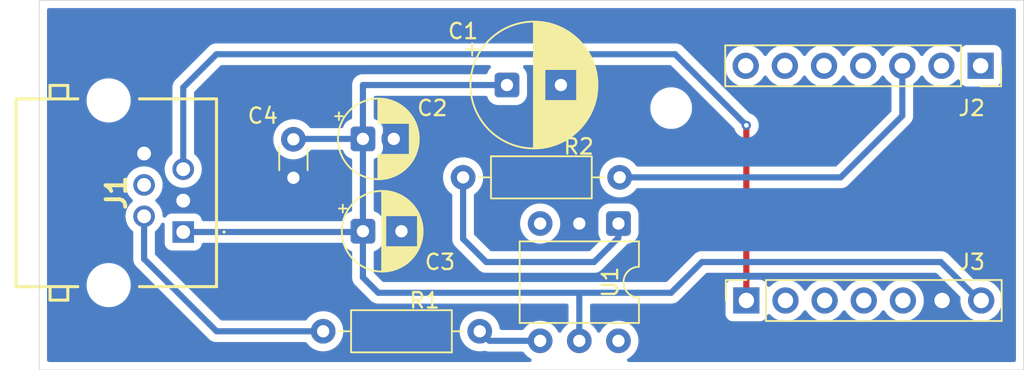
<source format=kicad_pcb>
(kicad_pcb (version 20241229) (generator "pcbnew") (generator_version "9.0")
  (layers (0 "F.Cu" signal) (2 "B.Cu" signal) (13 "F.Paste" user) (15 "B.Paste" user) (5 "F.SilkS" user "F.Silkscreen") (7 "B.SilkS" user "B.Silkscreen") (1 "F.Mask" user) (3 "B.Mask" user) (25 "Edge.Cuts" user))
  (net 0 "")
  (net 1 "+5V")
  (net 2 "Data_GND")
  (net 3 "Data_Request")
  (net 4 "Data")
  (net 6 "ESP_Data_Request")
  (net 9 "unconnected-(J1-Pad4)")
  (net 16 "Net-(R1-Pad1)")
  (net 17 "Net-(R2-Pad1)")
  (footprint "Capacitor_THT:C_Disc_D3.0mm_W1.6mm_P2.50mm" (layer "F.Cu") (at 106.488801 85.526443 -90)
    (property "Reference" "C4" (at -1.526443 1.988801 180) (layer "F.SilkS"))
    (property "Value" "100nF" (hide yes))
    (fp_line (start 2.015 0.92) (end 0.485 0.92) (stroke (width 0.12)) (layer "F.SilkS"))
    (fp_line (start 0.485 -0.92) (end 2.015 -0.92) (stroke (width 0.12)) (layer "F.SilkS"))
    (pad "1" thru_hole circle (at 0 0 270) (size 1.6 1.6) (drill 0.8) (layers "*.Cu" "*.Mask") (net 1 "+5V"))
    (pad "2" thru_hole circle (at 2.5 0 270) (size 1.6 1.6) (drill 0.8) (layers "*.Cu" "*.Mask") (net 2 "Data_GND"))
  )
  (footprint "Capacitor_THT:CP_Radial_D5.0mm_P2.50mm" (layer "F.Cu") (at 111 91.5)
    (property "Reference" "C3" (at 5 2 0) (layer "F.SilkS"))
    (property "Value" "1uF" (hide yes))
    (fp_line (start -1.554775 -1.475) (end -1.054775 -1.475) (stroke (width 0.12)) (layer "F.SilkS"))
    (fp_line (start -1.304775 -1.725) (end -1.304775 -1.225) (stroke (width 0.12)) (layer "F.SilkS"))
    (fp_line (start 1.25 -2.58) (end 1.25 2.58) (stroke (width 0.12)) (layer "F.SilkS"))
    (fp_line (start 1.29 -2.58) (end 1.29 2.58) (stroke (width 0.12)) (layer "F.SilkS"))
    (fp_line (start 1.33 -2.579) (end 1.33 2.579) (stroke (width 0.12)) (layer "F.SilkS"))
    (fp_line (start 1.37 -2.577) (end 1.37 2.577) (stroke (width 0.12)) (layer "F.SilkS"))
    (fp_line (start 1.41 -2.575) (end 1.41 2.575) (stroke (width 0.12)) (layer "F.SilkS"))
    (fp_line (start 1.45 -2.572) (end 1.45 2.572) (stroke (width 0.12)) (layer "F.SilkS"))
    (fp_line (start 1.49 -2.569) (end 1.49 -1.04) (stroke (width 0.12)) (layer "F.SilkS"))
    (fp_line (start 1.49 1.04) (end 1.49 2.569) (stroke (width 0.12)) (layer "F.SilkS"))
    (fp_line (start 1.53 -2.565) (end 1.53 -1.04) (stroke (width 0.12)) (layer "F.SilkS"))
    (fp_line (start 1.53 1.04) (end 1.53 2.565) (stroke (width 0.12)) (layer "F.SilkS"))
    (fp_line (start 1.57 -2.56) (end 1.57 -1.04) (stroke (width 0.12)) (layer "F.SilkS"))
    (fp_line (start 1.57 1.04) (end 1.57 2.56) (stroke (width 0.12)) (layer "F.SilkS"))
    (fp_line (start 1.61 -2.555) (end 1.61 -1.04) (stroke (width 0.12)) (layer "F.SilkS"))
    (fp_line (start 1.61 1.04) (end 1.61 2.555) (stroke (width 0.12)) (layer "F.SilkS"))
    (fp_line (start 1.65 -2.549) (end 1.65 -1.04) (stroke (width 0.12)) (layer "F.SilkS"))
    (fp_line (start 1.65 1.04) (end 1.65 2.549) (stroke (width 0.12)) (layer "F.SilkS"))
    (fp_line (start 1.69 -2.543) (end 1.69 -1.04) (stroke (width 0.12)) (layer "F.SilkS"))
    (fp_line (start 1.69 1.04) (end 1.69 2.543) (stroke (width 0.12)) (layer "F.SilkS"))
    (fp_line (start 1.73 -2.536) (end 1.73 -1.04) (stroke (width 0.12)) (layer "F.SilkS"))
    (fp_line (start 1.73 1.04) (end 1.73 2.536) (stroke (width 0.12)) (layer "F.SilkS"))
    (fp_line (start 1.77 -2.528) (end 1.77 -1.04) (stroke (width 0.12)) (layer "F.SilkS"))
    (fp_line (start 1.77 1.04) (end 1.77 2.528) (stroke (width 0.12)) (layer "F.SilkS"))
    (fp_line (start 1.81 -2.519) (end 1.81 -1.04) (stroke (width 0.12)) (layer "F.SilkS"))
    (fp_line (start 1.81 1.04) (end 1.81 2.519) (stroke (width 0.12)) (layer "F.SilkS"))
    (fp_line (start 1.85 -2.51) (end 1.85 -1.04) (stroke (width 0.12)) (layer "F.SilkS"))
    (fp_line (start 1.85 1.04) (end 1.85 2.51) (stroke (width 0.12)) (layer "F.SilkS"))
    (fp_line (start 1.89 -2.501) (end 1.89 -1.04) (stroke (width 0.12)) (layer "F.SilkS"))
    (fp_line (start 1.89 1.04) (end 1.89 2.501) (stroke (width 0.12)) (layer "F.SilkS"))
    (fp_line (start 1.93 -2.49) (end 1.93 -1.04) (stroke (width 0.12)) (layer "F.SilkS"))
    (fp_line (start 1.93 1.04) (end 1.93 2.49) (stroke (width 0.12)) (layer "F.SilkS"))
    (fp_line (start 1.97 -2.479) (end 1.97 -1.04) (stroke (width 0.12)) (layer "F.SilkS"))
    (fp_line (start 1.97 1.04) (end 1.97 2.479) (stroke (width 0.12)) (layer "F.SilkS"))
    (fp_line (start 2.01 -2.467) (end 2.01 -1.04) (stroke (width 0.12)) (layer "F.SilkS"))
    (fp_line (start 2.01 1.04) (end 2.01 2.467) (stroke (width 0.12)) (layer "F.SilkS"))
    (fp_line (start 2.05 -2.455) (end 2.05 -1.04) (stroke (width 0.12)) (layer "F.SilkS"))
    (fp_line (start 2.05 1.04) (end 2.05 2.455) (stroke (width 0.12)) (layer "F.SilkS"))
    (fp_line (start 2.09 -2.442) (end 2.09 -1.04) (stroke (width 0.12)) (layer "F.SilkS"))
    (fp_line (start 2.09 1.04) (end 2.09 2.442) (stroke (width 0.12)) (layer "F.SilkS"))
    (fp_line (start 2.13 -2.428) (end 2.13 -1.04) (stroke (width 0.12)) (layer "F.SilkS"))
    (fp_line (start 2.13 1.04) (end 2.13 2.428) (stroke (width 0.12)) (layer "F.SilkS"))
    (fp_line (start 2.17 -2.413) (end 2.17 -1.04) (stroke (width 0.12)) (layer "F.SilkS"))
    (fp_line (start 2.17 1.04) (end 2.17 2.413) (stroke (width 0.12)) (layer "F.SilkS"))
    (fp_line (start 2.21 -2.398) (end 2.21 -1.04) (stroke (width 0.12)) (layer "F.SilkS"))
    (fp_line (start 2.21 1.04) (end 2.21 2.398) (stroke (width 0.12)) (layer "F.SilkS"))
    (fp_line (start 2.25 -2.382) (end 2.25 -1.04) (stroke (width 0.12)) (layer "F.SilkS"))
    (fp_line (start 2.25 1.04) (end 2.25 2.382) (stroke (width 0.12)) (layer "F.SilkS"))
    (fp_line (start 2.29 -2.365) (end 2.29 -1.04) (stroke (width 0.12)) (layer "F.SilkS"))
    (fp_line (start 2.29 1.04) (end 2.29 2.365) (stroke (width 0.12)) (layer "F.SilkS"))
    (fp_line (start 2.33 -2.347) (end 2.33 -1.04) (stroke (width 0.12)) (layer "F.SilkS"))
    (fp_line (start 2.33 1.04) (end 2.33 2.347) (stroke (width 0.12)) (layer "F.SilkS"))
    (fp_line (start 2.37 -2.329) (end 2.37 -1.04) (stroke (width 0.12)) (layer "F.SilkS"))
    (fp_line (start 2.37 1.04) (end 2.37 2.329) (stroke (width 0.12)) (layer "F.SilkS"))
    (fp_line (start 2.41 -2.309) (end 2.41 -1.04) (stroke (width 0.12)) (layer "F.SilkS"))
    (fp_line (start 2.41 1.04) (end 2.41 2.309) (stroke (width 0.12)) (layer "F.SilkS"))
    (fp_line (start 2.45 -2.289) (end 2.45 -1.04) (stroke (width 0.12)) (layer "F.SilkS"))
    (fp_line (start 2.45 1.04) (end 2.45 2.289) (stroke (width 0.12)) (layer "F.SilkS"))
    (fp_line (start 2.49 -2.268) (end 2.49 -1.04) (stroke (width 0.12)) (layer "F.SilkS"))
    (fp_line (start 2.49 1.04) (end 2.49 2.268) (stroke (width 0.12)) (layer "F.SilkS"))
    (fp_line (start 2.53 -2.246) (end 2.53 -1.04) (stroke (width 0.12)) (layer "F.SilkS"))
    (fp_line (start 2.53 1.04) (end 2.53 2.246) (stroke (width 0.12)) (layer "F.SilkS"))
    (fp_line (start 2.57 -2.223) (end 2.57 -1.04) (stroke (width 0.12)) (layer "F.SilkS"))
    (fp_line (start 2.57 1.04) (end 2.57 2.223) (stroke (width 0.12)) (layer "F.SilkS"))
    (fp_line (start 2.61 -2.199) (end 2.61 -1.04) (stroke (width 0.12)) (layer "F.SilkS"))
    (fp_line (start 2.61 1.04) (end 2.61 2.199) (stroke (width 0.12)) (layer "F.SilkS"))
    (fp_line (start 2.65 -2.175) (end 2.65 -1.04) (stroke (width 0.12)) (layer "F.SilkS"))
    (fp_line (start 2.65 1.04) (end 2.65 2.175) (stroke (width 0.12)) (layer "F.SilkS"))
    (fp_line (start 2.69 -2.149) (end 2.69 -1.04) (stroke (width 0.12)) (layer "F.SilkS"))
    (fp_line (start 2.69 1.04) (end 2.69 2.149) (stroke (width 0.12)) (layer "F.SilkS"))
    (fp_line (start 2.73 -2.122) (end 2.73 -1.04) (stroke (width 0.12)) (layer "F.SilkS"))
    (fp_line (start 2.73 1.04) (end 2.73 2.122) (stroke (width 0.12)) (layer "F.SilkS"))
    (fp_line (start 2.77 -2.094) (end 2.77 -1.04) (stroke (width 0.12)) (layer "F.SilkS"))
    (fp_line (start 2.77 1.04) (end 2.77 2.094) (stroke (width 0.12)) (layer "F.SilkS"))
    (fp_line (start 2.81 -2.065) (end 2.81 -1.04) (stroke (width 0.12)) (layer "F.SilkS"))
    (fp_line (start 2.81 1.04) (end 2.81 2.065) (stroke (width 0.12)) (layer "F.SilkS"))
    (fp_line (start 2.85 -2.035) (end 2.85 -1.04) (stroke (width 0.12)) (layer "F.SilkS"))
    (fp_line (start 2.85 1.04) (end 2.85 2.035) (stroke (width 0.12)) (layer "F.SilkS"))
    (fp_line (start 2.89 -2.003) (end 2.89 -1.04) (stroke (width 0.12)) (layer "F.SilkS"))
    (fp_line (start 2.89 1.04) (end 2.89 2.003) (stroke (width 0.12)) (layer "F.SilkS"))
    (fp_line (start 2.93 -1.97) (end 2.93 -1.04) (stroke (width 0.12)) (layer "F.SilkS"))
    (fp_line (start 2.93 1.04) (end 2.93 1.97) (stroke (width 0.12)) (layer "F.SilkS"))
    (fp_line (start 2.97 -1.936) (end 2.97 -1.04) (stroke (width 0.12)) (layer "F.SilkS"))
    (fp_line (start 2.97 1.04) (end 2.97 1.936) (stroke (width 0.12)) (layer "F.SilkS"))
    (fp_line (start 3.01 -1.901) (end 3.01 -1.04) (stroke (width 0.12)) (layer "F.SilkS"))
    (fp_line (start 3.01 1.04) (end 3.01 1.901) (stroke (width 0.12)) (layer "F.SilkS"))
    (fp_line (start 3.05 -1.864) (end 3.05 -1.04) (stroke (width 0.12)) (layer "F.SilkS"))
    (fp_line (start 3.05 1.04) (end 3.05 1.864) (stroke (width 0.12)) (layer "F.SilkS"))
    (fp_line (start 3.09 -1.825) (end 3.09 -1.04) (stroke (width 0.12)) (layer "F.SilkS"))
    (fp_line (start 3.09 1.04) (end 3.09 1.825) (stroke (width 0.12)) (layer "F.SilkS"))
    (fp_line (start 3.13 -1.785) (end 3.13 -1.04) (stroke (width 0.12)) (layer "F.SilkS"))
    (fp_line (start 3.13 1.04) (end 3.13 1.785) (stroke (width 0.12)) (layer "F.SilkS"))
    (fp_line (start 3.17 -1.743) (end 3.17 -1.04) (stroke (width 0.12)) (layer "F.SilkS"))
    (fp_line (start 3.17 1.04) (end 3.17 1.743) (stroke (width 0.12)) (layer "F.SilkS"))
    (fp_line (start 3.21 -1.699) (end 3.21 -1.04) (stroke (width 0.12)) (layer "F.SilkS"))
    (fp_line (start 3.21 1.04) (end 3.21 1.699) (stroke (width 0.12)) (layer "F.SilkS"))
    (fp_line (start 3.25 -1.652) (end 3.25 -1.04) (stroke (width 0.12)) (layer "F.SilkS"))
    (fp_line (start 3.25 1.04) (end 3.25 1.652) (stroke (width 0.12)) (layer "F.SilkS"))
    (fp_line (start 3.29 -1.604) (end 3.29 -1.04) (stroke (width 0.12)) (layer "F.SilkS"))
    (fp_line (start 3.29 1.04) (end 3.29 1.604) (stroke (width 0.12)) (layer "F.SilkS"))
    (fp_line (start 3.33 -1.553) (end 3.33 -1.04) (stroke (width 0.12)) (layer "F.SilkS"))
    (fp_line (start 3.33 1.04) (end 3.33 1.553) (stroke (width 0.12)) (layer "F.SilkS"))
    (fp_line (start 3.37 -1.499) (end 3.37 -1.04) (stroke (width 0.12)) (layer "F.SilkS"))
    (fp_line (start 3.37 1.04) (end 3.37 1.499) (stroke (width 0.12)) (layer "F.SilkS"))
    (fp_line (start 3.41 -1.443) (end 3.41 -1.04) (stroke (width 0.12)) (layer "F.SilkS"))
    (fp_line (start 3.41 1.04) (end 3.41 1.443) (stroke (width 0.12)) (layer "F.SilkS"))
    (fp_line (start 3.45 -1.383) (end 3.45 -1.04) (stroke (width 0.12)) (layer "F.SilkS"))
    (fp_line (start 3.45 1.04) (end 3.45 1.383) (stroke (width 0.12)) (layer "F.SilkS"))
    (fp_line (start 3.49 -1.319) (end 3.49 -1.04) (stroke (width 0.12)) (layer "F.SilkS"))
    (fp_line (start 3.49 1.04) (end 3.49 1.319) (stroke (width 0.12)) (layer "F.SilkS"))
    (fp_line (start 3.53 -1.251) (end 3.53 -1.04) (stroke (width 0.12)) (layer "F.SilkS"))
    (fp_line (start 3.53 1.04) (end 3.53 1.251) (stroke (width 0.12)) (layer "F.SilkS"))
    (fp_line (start 3.57 -1.177) (end 3.57 1.177) (stroke (width 0.12)) (layer "F.SilkS"))
    (fp_line (start 3.61 -1.098) (end 3.61 1.098) (stroke (width 0.12)) (layer "F.SilkS"))
    (fp_line (start 3.65 -1.011) (end 3.65 1.011) (stroke (width 0.12)) (layer "F.SilkS"))
    (fp_line (start 3.69 -0.914) (end 3.69 0.914) (stroke (width 0.12)) (layer "F.SilkS"))
    (fp_line (start 3.73 -0.805) (end 3.73 0.805) (stroke (width 0.12)) (layer "F.SilkS"))
    (fp_line (start 3.77 -0.677) (end 3.77 0.677) (stroke (width 0.12)) (layer "F.SilkS"))
    (fp_line (start 3.81 -0.517) (end 3.81 0.517) (stroke (width 0.12)) (layer "F.SilkS"))
    (fp_line (start 3.85 -0.283) (end 3.85 0.283) (stroke (width 0.12)) (layer "F.SilkS"))
    (fp_circle (center 1.25 0) (end 3.87 0) (stroke (width 0.12)) (fill no) (layer "F.SilkS"))
    (pad "1" thru_hole roundrect (at 0 0) (size 1.6 1.6) (drill 0.8) (layers "*.Cu" "*.Mask") (roundrect_rratio 0.15625) (net 1 "+5V"))
    (pad "2" thru_hole circle (at 2.5 0) (size 1.6 1.6) (drill 0.8) (layers "*.Cu" "*.Mask") (net 2 "Data_GND"))
  )
  (footprint "MountingHole:MountingHole_2.2mm_M2" (layer "F.Cu") (at 131 83.5)
    (property "Reference" "REF**" (hide yes))
    (property "Value" "MountingHole_2.2mm_M2" (hide yes))
    (pad "" np_thru_hole circle (at 0 0) (size 2.2 2.2) (drill 2.2) (layers "*.Cu" "*.Mask"))
  )
  (footprint "Package_DIP:DIP-6_W7.62mm" (layer "F.Cu") (at 127.58 91 -90)
    (property "Reference" "U1" (at 3.805 0.54 90) (layer "F.SilkS"))
    (property "Value" "4N35" (hide yes))
    (fp_line (start 1.16 6.41) (end 6.46 6.41) (stroke (width 0.12)) (layer "F.SilkS"))
    (fp_line (start 6.46 6.41) (end 6.46 -1.33) (stroke (width 0.12)) (layer "F.SilkS"))
    (fp_line (start 1.16 -1.33) (end 1.16 6.41) (stroke (width 0.12)) (layer "F.SilkS"))
    (fp_line (start 2.81 -1.33) (end 1.16 -1.33) (stroke (width 0.12)) (layer "F.SilkS"))
    (fp_line (start 6.46 -1.33) (end 4.81 -1.33) (stroke (width 0.12)) (layer "F.SilkS"))
    (fp_arc (start 4.81 -1.33) (mid 3.81 -0.33) (end 2.81 -1.33) (stroke (width 0.12)) (layer "F.SilkS"))
    (pad "1" thru_hole roundrect (at 0 0 270) (size 1.6 1.6) (drill 0.8) (layers "*.Cu" "*.Mask") (roundrect_rratio 0.15625) (net 17 "Net-(R2-Pad1)"))
    (pad "2" thru_hole circle (at 0 2.54 270) (size 1.6 1.6) (drill 0.8) (layers "*.Cu" "*.Mask") (net 2 "Data_GND"))
    (pad "3" thru_hole circle (at 0 5.08 270) (size 1.6 1.6) (drill 0.8) (layers "*.Cu" "*.Mask"))
    (pad "4" thru_hole circle (at 7.62 5.08 270) (size 1.6 1.6) (drill 0.8) (layers "*.Cu" "*.Mask") (net 16 "Net-(R1-Pad1)"))
    (pad "5" thru_hole circle (at 7.62 2.54 270) (size 1.6 1.6) (drill 0.8) (layers "*.Cu" "*.Mask") (net 1 "+5V"))
    (pad "6" thru_hole circle (at 7.62 0 270) (size 1.6 1.6) (drill 0.8) (layers "*.Cu" "*.Mask"))
  )
  (footprint "Connector_PinSocket_2.54mm:PinSocket_1x07_P2.54mm_Vertical" (layer "F.Cu") (at 151.08 80.75 -90)
    (property "Reference" "J2" (at 2.75 0.58 180) (layer "F.SilkS"))
    (property "Value" "ESP32 left" (hide yes))
    (fp_line (start -1.33 16.57) (end 1.33 16.57) (stroke (width 0.12)) (layer "F.SilkS"))
    (fp_line (start -1.33 1.27) (end -1.33 16.57) (stroke (width 0.12)) (layer "F.SilkS"))
    (fp_line (start -1.33 1.27) (end 1.33 1.27) (stroke (width 0.12)) (layer "F.SilkS"))
    (fp_line (start 1.33 1.27) (end 1.33 16.57) (stroke (width 0.12)) (layer "F.SilkS"))
    (fp_line (start 0 -1.33) (end 1.33 -1.33) (stroke (width 0.12)) (layer "F.SilkS"))
    (fp_line (start 1.33 -1.33) (end 1.33 0) (stroke (width 0.12)) (layer "F.SilkS"))
    (pad "1" thru_hole rect (at 0 0 270) (size 1.7 1.7) (drill 1) (layers "*.Cu" "*.Mask"))
    (pad "2" thru_hole circle (at 0 2.54 270) (size 1.7 1.7) (drill 1) (layers "*.Cu" "*.Mask"))
    (pad "3" thru_hole circle (at 0 5.08 270) (size 1.7 1.7) (drill 1) (layers "*.Cu" "*.Mask") (net 6 "ESP_Data_Request"))
    (pad "4" thru_hole circle (at 0 7.62 270) (size 1.7 1.7) (drill 1) (layers "*.Cu" "*.Mask"))
    (pad "5" thru_hole circle (at 0 10.16 270) (size 1.7 1.7) (drill 1) (layers "*.Cu" "*.Mask"))
    (pad "6" thru_hole circle (at 0 12.7 270) (size 1.7 1.7) (drill 1) (layers "*.Cu" "*.Mask"))
    (pad "7" thru_hole circle (at 0 15.24 270) (size 1.7 1.7) (drill 1) (layers "*.Cu" "*.Mask"))
  )
  (footprint "Resistor_THT:R_Axial_DIN0207_L6.3mm_D2.5mm_P10.16mm_Horizontal" (layer "F.Cu") (at 118.58 98 180)
    (property "Reference" "R1" (at 3.58 2 0) (layer "F.SilkS"))
    (property "Value" "100" (hide yes))
    (fp_line (start 9.12 0) (end 8.35 0) (stroke (width 0.12)) (layer "F.SilkS"))
    (fp_line (start 1.04 0) (end 1.81 0) (stroke (width 0.12)) (layer "F.SilkS"))
    (fp_rect (start 1.81 -1.37) (end 8.35 1.37) (stroke (width 0.12)) (fill no) (layer "F.SilkS"))
    (pad "1" thru_hole circle (at 0 0 180) (size 1.6 1.6) (drill 0.8) (layers "*.Cu" "*.Mask") (net 16 "Net-(R1-Pad1)"))
    (pad "2" thru_hole circle (at 10.16 0 180) (size 1.6 1.6) (drill 0.8) (layers "*.Cu" "*.Mask") (net 3 "Data_Request"))
  )
  (footprint "Capacitor_THT:CP_Radial_D8.0mm_P3.50mm" (layer "F.Cu") (at 120.347349 82)
    (property "Reference" "C1" (at -2.847349 -3.5 0) (layer "F.SilkS"))
    (property "Value" "100uF" (hide yes))
    (fp_line (start -2.659698 -2.315) (end -1.859698 -2.315) (stroke (width 0.12)) (layer "F.SilkS"))
    (fp_line (start -2.259698 -2.715) (end -2.259698 -1.915) (stroke (width 0.12)) (layer "F.SilkS"))
    (fp_line (start 1.75 -4.08) (end 1.75 4.08) (stroke (width 0.12)) (layer "F.SilkS"))
    (fp_line (start 1.79 -4.08) (end 1.79 4.08) (stroke (width 0.12)) (layer "F.SilkS"))
    (fp_line (start 1.83 -4.079) (end 1.83 4.079) (stroke (width 0.12)) (layer "F.SilkS"))
    (fp_line (start 1.87 -4.078) (end 1.87 4.078) (stroke (width 0.12)) (layer "F.SilkS"))
    (fp_line (start 1.91 -4.077) (end 1.91 4.077) (stroke (width 0.12)) (layer "F.SilkS"))
    (fp_line (start 1.95 -4.075) (end 1.95 4.075) (stroke (width 0.12)) (layer "F.SilkS"))
    (fp_line (start 1.99 -4.073) (end 1.99 4.073) (stroke (width 0.12)) (layer "F.SilkS"))
    (fp_line (start 2.03 -4.07) (end 2.03 4.07) (stroke (width 0.12)) (layer "F.SilkS"))
    (fp_line (start 2.07 -4.068) (end 2.07 4.068) (stroke (width 0.12)) (layer "F.SilkS"))
    (fp_line (start 2.11 -4.064) (end 2.11 4.064) (stroke (width 0.12)) (layer "F.SilkS"))
    (fp_line (start 2.15 -4.061) (end 2.15 4.061) (stroke (width 0.12)) (layer "F.SilkS"))
    (fp_line (start 2.19 -4.056) (end 2.19 4.056) (stroke (width 0.12)) (layer "F.SilkS"))
    (fp_line (start 2.23 -4.052) (end 2.23 4.052) (stroke (width 0.12)) (layer "F.SilkS"))
    (fp_line (start 2.27 -4.047) (end 2.27 4.047) (stroke (width 0.12)) (layer "F.SilkS"))
    (fp_line (start 2.31 -4.042) (end 2.31 4.042) (stroke (width 0.12)) (layer "F.SilkS"))
    (fp_line (start 2.35 -4.036) (end 2.35 4.036) (stroke (width 0.12)) (layer "F.SilkS"))
    (fp_line (start 2.39 -4.03) (end 2.39 4.03) (stroke (width 0.12)) (layer "F.SilkS"))
    (fp_line (start 2.43 -4.023) (end 2.43 4.023) (stroke (width 0.12)) (layer "F.SilkS"))
    (fp_line (start 2.47 -4.017) (end 2.47 -1.04) (stroke (width 0.12)) (layer "F.SilkS"))
    (fp_line (start 2.47 1.04) (end 2.47 4.017) (stroke (width 0.12)) (layer "F.SilkS"))
    (fp_line (start 2.51 -4.009) (end 2.51 -1.04) (stroke (width 0.12)) (layer "F.SilkS"))
    (fp_line (start 2.51 1.04) (end 2.51 4.009) (stroke (width 0.12)) (layer "F.SilkS"))
    (fp_line (start 2.55 -4.002) (end 2.55 -1.04) (stroke (width 0.12)) (layer "F.SilkS"))
    (fp_line (start 2.55 1.04) (end 2.55 4.002) (stroke (width 0.12)) (layer "F.SilkS"))
    (fp_line (start 2.59 -3.993) (end 2.59 -1.04) (stroke (width 0.12)) (layer "F.SilkS"))
    (fp_line (start 2.59 1.04) (end 2.59 3.993) (stroke (width 0.12)) (layer "F.SilkS"))
    (fp_line (start 2.63 -3.985) (end 2.63 -1.04) (stroke (width 0.12)) (layer "F.SilkS"))
    (fp_line (start 2.63 1.04) (end 2.63 3.985) (stroke (width 0.12)) (layer "F.SilkS"))
    (fp_line (start 2.67 -3.976) (end 2.67 -1.04) (stroke (width 0.12)) (layer "F.SilkS"))
    (fp_line (start 2.67 1.04) (end 2.67 3.976) (stroke (width 0.12)) (layer "F.SilkS"))
    (fp_line (start 2.71 -3.967) (end 2.71 -1.04) (stroke (width 0.12)) (layer "F.SilkS"))
    (fp_line (start 2.71 1.04) (end 2.71 3.967) (stroke (width 0.12)) (layer "F.SilkS"))
    (fp_line (start 2.75 -3.957) (end 2.75 -1.04) (stroke (width 0.12)) (layer "F.SilkS"))
    (fp_line (start 2.75 1.04) (end 2.75 3.957) (stroke (width 0.12)) (layer "F.SilkS"))
    (fp_line (start 2.79 -3.947) (end 2.79 -1.04) (stroke (width 0.12)) (layer "F.SilkS"))
    (fp_line (start 2.79 1.04) (end 2.79 3.947) (stroke (width 0.12)) (layer "F.SilkS"))
    (fp_line (start 2.83 -3.936) (end 2.83 -1.04) (stroke (width 0.12)) (layer "F.SilkS"))
    (fp_line (start 2.83 1.04) (end 2.83 3.936) (stroke (width 0.12)) (layer "F.SilkS"))
    (fp_line (start 2.87 -3.925) (end 2.87 -1.04) (stroke (width 0.12)) (layer "F.SilkS"))
    (fp_line (start 2.87 1.04) (end 2.87 3.925) (stroke (width 0.12)) (layer "F.SilkS"))
    (fp_line (start 2.91 -3.913) (end 2.91 -1.04) (stroke (width 0.12)) (layer "F.SilkS"))
    (fp_line (start 2.91 1.04) (end 2.91 3.913) (stroke (width 0.12)) (layer "F.SilkS"))
    (fp_line (start 2.95 -3.901) (end 2.95 -1.04) (stroke (width 0.12)) (layer "F.SilkS"))
    (fp_line (start 2.95 1.04) (end 2.95 3.901) (stroke (width 0.12)) (layer "F.SilkS"))
    (fp_line (start 2.99 -3.889) (end 2.99 -1.04) (stroke (width 0.12)) (layer "F.SilkS"))
    (fp_line (start 2.99 1.04) (end 2.99 3.889) (stroke (width 0.12)) (layer "F.SilkS"))
    (fp_line (start 3.03 -3.876) (end 3.03 -1.04) (stroke (width 0.12)) (layer "F.SilkS"))
    (fp_line (start 3.03 1.04) (end 3.03 3.876) (stroke (width 0.12)) (layer "F.SilkS"))
    (fp_line (start 3.07 -3.863) (end 3.07 -1.04) (stroke (width 0.12)) (layer "F.SilkS"))
    (fp_line (start 3.07 1.04) (end 3.07 3.863) (stroke (width 0.12)) (layer "F.SilkS"))
    (fp_line (start 3.11 -3.849) (end 3.11 -1.04) (stroke (width 0.12)) (layer "F.SilkS"))
    (fp_line (start 3.11 1.04) (end 3.11 3.849) (stroke (width 0.12)) (layer "F.SilkS"))
    (fp_line (start 3.15 -3.835) (end 3.15 -1.04) (stroke (width 0.12)) (layer "F.SilkS"))
    (fp_line (start 3.15 1.04) (end 3.15 3.835) (stroke (width 0.12)) (layer "F.SilkS"))
    (fp_line (start 3.19 -3.82) (end 3.19 -1.04) (stroke (width 0.12)) (layer "F.SilkS"))
    (fp_line (start 3.19 1.04) (end 3.19 3.82) (stroke (width 0.12)) (layer "F.SilkS"))
    (fp_line (start 3.23 -3.805) (end 3.23 -1.04) (stroke (width 0.12)) (layer "F.SilkS"))
    (fp_line (start 3.23 1.04) (end 3.23 3.805) (stroke (width 0.12)) (layer "F.SilkS"))
    (fp_line (start 3.27 -3.789) (end 3.27 -1.04) (stroke (width 0.12)) (layer "F.SilkS"))
    (fp_line (start 3.27 1.04) (end 3.27 3.789) (stroke (width 0.12)) (layer "F.SilkS"))
    (fp_line (start 3.31 -3.773) (end 3.31 -1.04) (stroke (width 0.12)) (layer "F.SilkS"))
    (fp_line (start 3.31 1.04) (end 3.31 3.773) (stroke (width 0.12)) (layer "F.SilkS"))
    (fp_line (start 3.35 -3.757) (end 3.35 -1.04) (stroke (width 0.12)) (layer "F.SilkS"))
    (fp_line (start 3.35 1.04) (end 3.35 3.757) (stroke (width 0.12)) (layer "F.SilkS"))
    (fp_line (start 3.39 -3.74) (end 3.39 -1.04) (stroke (width 0.12)) (layer "F.SilkS"))
    (fp_line (start 3.39 1.04) (end 3.39 3.74) (stroke (width 0.12)) (layer "F.SilkS"))
    (fp_line (start 3.43 -3.722) (end 3.43 -1.04) (stroke (width 0.12)) (layer "F.SilkS"))
    (fp_line (start 3.43 1.04) (end 3.43 3.722) (stroke (width 0.12)) (layer "F.SilkS"))
    (fp_line (start 3.47 -3.704) (end 3.47 -1.04) (stroke (width 0.12)) (layer "F.SilkS"))
    (fp_line (start 3.47 1.04) (end 3.47 3.704) (stroke (width 0.12)) (layer "F.SilkS"))
    (fp_line (start 3.51 -3.685) (end 3.51 -1.04) (stroke (width 0.12)) (layer "F.SilkS"))
    (fp_line (start 3.51 1.04) (end 3.51 3.685) (stroke (width 0.12)) (layer "F.SilkS"))
    (fp_line (start 3.55 -3.666) (end 3.55 -1.04) (stroke (width 0.12)) (layer "F.SilkS"))
    (fp_line (start 3.55 1.04) (end 3.55 3.666) (stroke (width 0.12)) (layer "F.SilkS"))
    (fp_line (start 3.59 -3.646) (end 3.59 -1.04) (stroke (width 0.12)) (layer "F.SilkS"))
    (fp_line (start 3.59 1.04) (end 3.59 3.646) (stroke (width 0.12)) (layer "F.SilkS"))
    (fp_line (start 3.63 -3.626) (end 3.63 -1.04) (stroke (width 0.12)) (layer "F.SilkS"))
    (fp_line (start 3.63 1.04) (end 3.63 3.626) (stroke (width 0.12)) (layer "F.SilkS"))
    (fp_line (start 3.67 -3.605) (end 3.67 -1.04) (stroke (width 0.12)) (layer "F.SilkS"))
    (fp_line (start 3.67 1.04) (end 3.67 3.605) (stroke (width 0.12)) (layer "F.SilkS"))
    (fp_line (start 3.71 -3.584) (end 3.71 -1.04) (stroke (width 0.12)) (layer "F.SilkS"))
    (fp_line (start 3.71 1.04) (end 3.71 3.584) (stroke (width 0.12)) (layer "F.SilkS"))
    (fp_line (start 3.75 -3.562) (end 3.75 -1.04) (stroke (width 0.12)) (layer "F.SilkS"))
    (fp_line (start 3.75 1.04) (end 3.75 3.562) (stroke (width 0.12)) (layer "F.SilkS"))
    (fp_line (start 3.79 -3.539) (end 3.79 -1.04) (stroke (width 0.12)) (layer "F.SilkS"))
    (fp_line (start 3.79 1.04) (end 3.79 3.539) (stroke (width 0.12)) (layer "F.SilkS"))
    (fp_line (start 3.83 -3.516) (end 3.83 -1.04) (stroke (width 0.12)) (layer "F.SilkS"))
    (fp_line (start 3.83 1.04) (end 3.83 3.516) (stroke (width 0.12)) (layer "F.SilkS"))
    (fp_line (start 3.87 -3.493) (end 3.87 -1.04) (stroke (width 0.12)) (layer "F.SilkS"))
    (fp_line (start 3.87 1.04) (end 3.87 3.493) (stroke (width 0.12)) (layer "F.SilkS"))
    (fp_line (start 3.91 -3.468) (end 3.91 -1.04) (stroke (width 0.12)) (layer "F.SilkS"))
    (fp_line (start 3.91 1.04) (end 3.91 3.468) (stroke (width 0.12)) (layer "F.SilkS"))
    (fp_line (start 3.95 -3.443) (end 3.95 -1.04) (stroke (width 0.12)) (layer "F.SilkS"))
    (fp_line (start 3.95 1.04) (end 3.95 3.443) (stroke (width 0.12)) (layer "F.SilkS"))
    (fp_line (start 3.99 -3.418) (end 3.99 -1.04) (stroke (width 0.12)) (layer "F.SilkS"))
    (fp_line (start 3.99 1.04) (end 3.99 3.418) (stroke (width 0.12)) (layer "F.SilkS"))
    (fp_line (start 4.03 -3.392) (end 4.03 -1.04) (stroke (width 0.12)) (layer "F.SilkS"))
    (fp_line (start 4.03 1.04) (end 4.03 3.392) (stroke (width 0.12)) (layer "F.SilkS"))
    (fp_line (start 4.07 -3.365) (end 4.07 -1.04) (stroke (width 0.12)) (layer "F.SilkS"))
    (fp_line (start 4.07 1.04) (end 4.07 3.365) (stroke (width 0.12)) (layer "F.SilkS"))
    (fp_line (start 4.11 -3.337) (end 4.11 -1.04) (stroke (width 0.12)) (layer "F.SilkS"))
    (fp_line (start 4.11 1.04) (end 4.11 3.337) (stroke (width 0.12)) (layer "F.SilkS"))
    (fp_line (start 4.15 -3.309) (end 4.15 -1.04) (stroke (width 0.12)) (layer "F.SilkS"))
    (fp_line (start 4.15 1.04) (end 4.15 3.309) (stroke (width 0.12)) (layer "F.SilkS"))
    (fp_line (start 4.19 -3.28) (end 4.19 -1.04) (stroke (width 0.12)) (layer "F.SilkS"))
    (fp_line (start 4.19 1.04) (end 4.19 3.28) (stroke (width 0.12)) (layer "F.SilkS"))
    (fp_line (start 4.23 -3.25) (end 4.23 -1.04) (stroke (width 0.12)) (layer "F.SilkS"))
    (fp_line (start 4.23 1.04) (end 4.23 3.25) (stroke (width 0.12)) (layer "F.SilkS"))
    (fp_line (start 4.27 -3.219) (end 4.27 -1.04) (stroke (width 0.12)) (layer "F.SilkS"))
    (fp_line (start 4.27 1.04) (end 4.27 3.219) (stroke (width 0.12)) (layer "F.SilkS"))
    (fp_line (start 4.31 -3.188) (end 4.31 -1.04) (stroke (width 0.12)) (layer "F.SilkS"))
    (fp_line (start 4.31 1.04) (end 4.31 3.188) (stroke (width 0.12)) (layer "F.SilkS"))
    (fp_line (start 4.35 -3.156) (end 4.35 -1.04) (stroke (width 0.12)) (layer "F.SilkS"))
    (fp_line (start 4.35 1.04) (end 4.35 3.156) (stroke (width 0.12)) (layer "F.SilkS"))
    (fp_line (start 4.39 -3.123) (end 4.39 -1.04) (stroke (width 0.12)) (layer "F.SilkS"))
    (fp_line (start 4.39 1.04) (end 4.39 3.123) (stroke (width 0.12)) (layer "F.SilkS"))
    (fp_line (start 4.43 -3.089) (end 4.43 -1.04) (stroke (width 0.12)) (layer "F.SilkS"))
    (fp_line (start 4.43 1.04) (end 4.43 3.089) (stroke (width 0.12)) (layer "F.SilkS"))
    (fp_line (start 4.47 -3.055) (end 4.47 -1.04) (stroke (width 0.12)) (layer "F.SilkS"))
    (fp_line (start 4.47 1.04) (end 4.47 3.055) (stroke (width 0.12)) (layer "F.SilkS"))
    (fp_line (start 4.51 -3.019) (end 4.51 -1.04) (stroke (width 0.12)) (layer "F.SilkS"))
    (fp_line (start 4.51 1.04) (end 4.51 3.019) (stroke (width 0.12)) (layer "F.SilkS"))
    (fp_line (start 4.55 -2.982) (end 4.55 2.982) (stroke (width 0.12)) (layer "F.SilkS"))
    (fp_line (start 4.59 -2.945) (end 4.59 2.945) (stroke (width 0.12)) (layer "F.SilkS"))
    (fp_line (start 4.63 -2.906) (end 4.63 2.906) (stroke (width 0.12)) (layer "F.SilkS"))
    (fp_line (start 4.67 -2.867) (end 4.67 2.867) (stroke (width 0.12)) (layer "F.SilkS"))
    (fp_line (start 4.71 -2.826) (end 4.71 2.826) (stroke (width 0.12)) (layer "F.SilkS"))
    (fp_line (start 4.75 -2.784) (end 4.75 2.784) (stroke (width 0.12)) (layer "F.SilkS"))
    (fp_line (start 4.79 -2.741) (end 4.79 2.741) (stroke (width 0.12)) (layer "F.SilkS"))
    (fp_line (start 4.83 -2.696) (end 4.83 2.696) (stroke (width 0.12)) (layer "F.SilkS"))
    (fp_line (start 4.87 -2.651) (end 4.87 2.651) (stroke (width 0.12)) (layer "F.SilkS"))
    (fp_line (start 4.91 -2.604) (end 4.91 2.604) (stroke (width 0.12)) (layer "F.SilkS"))
    (fp_line (start 4.95 -2.555) (end 4.95 2.555) (stroke (width 0.12)) (layer "F.SilkS"))
    (fp_line (start 4.99 -2.505) (end 4.99 2.505) (stroke (width 0.12)) (layer "F.SilkS"))
    (fp_line (start 5.03 -2.453) (end 5.03 2.453) (stroke (width 0.12)) (layer "F.SilkS"))
    (fp_line (start 5.07 -2.4) (end 5.07 2.4) (stroke (width 0.12)) (layer "F.SilkS"))
    (fp_line (start 5.11 -2.344) (end 5.11 2.344) (stroke (width 0.12)) (layer "F.SilkS"))
    (fp_line (start 5.15 -2.287) (end 5.15 2.287) (stroke (width 0.12)) (layer "F.SilkS"))
    (fp_line (start 5.19 -2.227) (end 5.19 2.227) (stroke (width 0.12)) (layer "F.SilkS"))
    (fp_line (start 5.23 -2.165) (end 5.23 2.165) (stroke (width 0.12)) (layer "F.SilkS"))
    (fp_line (start 5.27 -2.101) (end 5.27 2.101) (stroke (width 0.12)) (layer "F.SilkS"))
    (fp_line (start 5.31 -2.034) (end 5.31 2.034) (stroke (width 0.12)) (layer "F.SilkS"))
    (fp_line (start 5.35 -1.964) (end 5.35 1.964) (stroke (width 0.12)) (layer "F.SilkS"))
    (fp_line (start 5.39 -1.89) (end 5.39 1.89) (stroke (width 0.12)) (layer "F.SilkS"))
    (fp_line (start 5.43 -1.813) (end 5.43 1.813) (stroke (width 0.12)) (layer "F.SilkS"))
    (fp_line (start 5.47 -1.731) (end 5.47 1.731) (stroke (width 0.12)) (layer "F.SilkS"))
    (fp_line (start 5.51 -1.644) (end 5.51 1.644) (stroke (width 0.12)) (layer "F.SilkS"))
    (fp_line (start 5.55 -1.552) (end 5.55 1.552) (stroke (width 0.12)) (layer "F.SilkS"))
    (fp_line (start 5.59 -1.453) (end 5.59 1.453) (stroke (width 0.12)) (layer "F.SilkS"))
    (fp_line (start 5.63 -1.346) (end 5.63 1.346) (stroke (width 0.12)) (layer "F.SilkS"))
    (fp_line (start 5.67 -1.228) (end 5.67 1.228) (stroke (width 0.12)) (layer "F.SilkS"))
    (fp_line (start 5.71 -1.097) (end 5.71 1.097) (stroke (width 0.12)) (layer "F.SilkS"))
    (fp_line (start 5.75 -0.947) (end 5.75 0.947) (stroke (width 0.12)) (layer "F.SilkS"))
    (fp_line (start 5.79 -0.768) (end 5.79 0.768) (stroke (width 0.12)) (layer "F.SilkS"))
    (fp_line (start 5.83 -0.533) (end 5.83 0.533) (stroke (width 0.12)) (layer "F.SilkS"))
    (fp_circle (center 1.75 0) (end 5.87 0) (stroke (width 0.12)) (fill no) (layer "F.SilkS"))
    (pad "1" thru_hole roundrect (at 0 0) (size 1.6 1.6) (drill 0.8) (layers "*.Cu" "*.Mask") (roundrect_rratio 0.15625) (net 1 "+5V"))
    (pad "2" thru_hole circle (at 3.5 0) (size 1.6 1.6) (drill 0.8) (layers "*.Cu" "*.Mask") (net 2 "Data_GND"))
  )
  (footprint "Capacitor_THT:CP_Radial_D5.0mm_P2.00mm" (layer "F.Cu") (at 111 85.5)
    (property "Reference" "C2" (at 4.5 -2 0) (layer "F.SilkS"))
    (property "Value" "10uF" (hide yes))
    (fp_line (start -1.804775 -1.475) (end -1.304775 -1.475) (stroke (width 0.12)) (layer "F.SilkS"))
    (fp_line (start -1.554775 -1.725) (end -1.554775 -1.225) (stroke (width 0.12)) (layer "F.SilkS"))
    (fp_line (start 1 -2.58) (end 1 -1.04) (stroke (width 0.12)) (layer "F.SilkS"))
    (fp_line (start 1 1.04) (end 1 2.58) (stroke (width 0.12)) (layer "F.SilkS"))
    (fp_line (start 1.04 -2.58) (end 1.04 -1.04) (stroke (width 0.12)) (layer "F.SilkS"))
    (fp_line (start 1.04 1.04) (end 1.04 2.58) (stroke (width 0.12)) (layer "F.SilkS"))
    (fp_line (start 1.08 -2.579) (end 1.08 -1.04) (stroke (width 0.12)) (layer "F.SilkS"))
    (fp_line (start 1.08 1.04) (end 1.08 2.579) (stroke (width 0.12)) (layer "F.SilkS"))
    (fp_line (start 1.12 -2.577) (end 1.12 -1.04) (stroke (width 0.12)) (layer "F.SilkS"))
    (fp_line (start 1.12 1.04) (end 1.12 2.577) (stroke (width 0.12)) (layer "F.SilkS"))
    (fp_line (start 1.16 -2.575) (end 1.16 -1.04) (stroke (width 0.12)) (layer "F.SilkS"))
    (fp_line (start 1.16 1.04) (end 1.16 2.575) (stroke (width 0.12)) (layer "F.SilkS"))
    (fp_line (start 1.2 -2.572) (end 1.2 -1.04) (stroke (width 0.12)) (layer "F.SilkS"))
    (fp_line (start 1.2 1.04) (end 1.2 2.572) (stroke (width 0.12)) (layer "F.SilkS"))
    (fp_line (start 1.24 -2.569) (end 1.24 -1.04) (stroke (width 0.12)) (layer "F.SilkS"))
    (fp_line (start 1.24 1.04) (end 1.24 2.569) (stroke (width 0.12)) (layer "F.SilkS"))
    (fp_line (start 1.28 -2.565) (end 1.28 -1.04) (stroke (width 0.12)) (layer "F.SilkS"))
    (fp_line (start 1.28 1.04) (end 1.28 2.565) (stroke (width 0.12)) (layer "F.SilkS"))
    (fp_line (start 1.32 -2.56) (end 1.32 -1.04) (stroke (width 0.12)) (layer "F.SilkS"))
    (fp_line (start 1.32 1.04) (end 1.32 2.56) (stroke (width 0.12)) (layer "F.SilkS"))
    (fp_line (start 1.36 -2.555) (end 1.36 -1.04) (stroke (width 0.12)) (layer "F.SilkS"))
    (fp_line (start 1.36 1.04) (end 1.36 2.555) (stroke (width 0.12)) (layer "F.SilkS"))
    (fp_line (start 1.4 -2.549) (end 1.4 -1.04) (stroke (width 0.12)) (layer "F.SilkS"))
    (fp_line (start 1.4 1.04) (end 1.4 2.549) (stroke (width 0.12)) (layer "F.SilkS"))
    (fp_line (start 1.44 -2.543) (end 1.44 -1.04) (stroke (width 0.12)) (layer "F.SilkS"))
    (fp_line (start 1.44 1.04) (end 1.44 2.543) (stroke (width 0.12)) (layer "F.SilkS"))
    (fp_line (start 1.48 -2.536) (end 1.48 -1.04) (stroke (width 0.12)) (layer "F.SilkS"))
    (fp_line (start 1.48 1.04) (end 1.48 2.536) (stroke (width 0.12)) (layer "F.SilkS"))
    (fp_line (start 1.52 -2.528) (end 1.52 -1.04) (stroke (width 0.12)) (layer "F.SilkS"))
    (fp_line (start 1.52 1.04) (end 1.52 2.528) (stroke (width 0.12)) (layer "F.SilkS"))
    (fp_line (start 1.56 -2.519) (end 1.56 -1.04) (stroke (width 0.12)) (layer "F.SilkS"))
    (fp_line (start 1.56 1.04) (end 1.56 2.519) (stroke (width 0.12)) (layer "F.SilkS"))
    (fp_line (start 1.6 -2.51) (end 1.6 -1.04) (stroke (width 0.12)) (layer "F.SilkS"))
    (fp_line (start 1.6 1.04) (end 1.6 2.51) (stroke (width 0.12)) (layer "F.SilkS"))
    (fp_line (start 1.64 -2.501) (end 1.64 -1.04) (stroke (width 0.12)) (layer "F.SilkS"))
    (fp_line (start 1.64 1.04) (end 1.64 2.501) (stroke (width 0.12)) (layer "F.SilkS"))
    (fp_line (start 1.68 -2.49) (end 1.68 -1.04) (stroke (width 0.12)) (layer "F.SilkS"))
    (fp_line (start 1.68 1.04) (end 1.68 2.49) (stroke (width 0.12)) (layer "F.SilkS"))
    (fp_line (start 1.72 -2.479) (end 1.72 -1.04) (stroke (width 0.12)) (layer "F.SilkS"))
    (fp_line (start 1.72 1.04) (end 1.72 2.479) (stroke (width 0.12)) (layer "F.SilkS"))
    (fp_line (start 1.76 -2.467) (end 1.76 -1.04) (stroke (width 0.12)) (layer "F.SilkS"))
    (fp_line (start 1.76 1.04) (end 1.76 2.467) (stroke (width 0.12)) (layer "F.SilkS"))
    (fp_line (start 1.8 -2.455) (end 1.8 -1.04) (stroke (width 0.12)) (layer "F.SilkS"))
    (fp_line (start 1.8 1.04) (end 1.8 2.455) (stroke (width 0.12)) (layer "F.SilkS"))
    (fp_line (start 1.84 -2.442) (end 1.84 -1.04) (stroke (width 0.12)) (layer "F.SilkS"))
    (fp_line (start 1.84 1.04) (end 1.84 2.442) (stroke (width 0.12)) (layer "F.SilkS"))
    (fp_line (start 1.88 -2.428) (end 1.88 -1.04) (stroke (width 0.12)) (layer "F.SilkS"))
    (fp_line (start 1.88 1.04) (end 1.88 2.428) (stroke (width 0.12)) (layer "F.SilkS"))
    (fp_line (start 1.92 -2.413) (end 1.92 -1.04) (stroke (width 0.12)) (layer "F.SilkS"))
    (fp_line (start 1.92 1.04) (end 1.92 2.413) (stroke (width 0.12)) (layer "F.SilkS"))
    (fp_line (start 1.96 -2.398) (end 1.96 -1.04) (stroke (width 0.12)) (layer "F.SilkS"))
    (fp_line (start 1.96 1.04) (end 1.96 2.398) (stroke (width 0.12)) (layer "F.SilkS"))
    (fp_line (start 2 -2.382) (end 2 -1.04) (stroke (width 0.12)) (layer "F.SilkS"))
    (fp_line (start 2 1.04) (end 2 2.382) (stroke (width 0.12)) (layer "F.SilkS"))
    (fp_line (start 2.04 -2.365) (end 2.04 -1.04) (stroke (width 0.12)) (layer "F.SilkS"))
    (fp_line (start 2.04 1.04) (end 2.04 2.365) (stroke (width 0.12)) (layer "F.SilkS"))
    (fp_line (start 2.08 -2.347) (end 2.08 -1.04) (stroke (width 0.12)) (layer "F.SilkS"))
    (fp_line (start 2.08 1.04) (end 2.08 2.347) (stroke (width 0.12)) (layer "F.SilkS"))
    (fp_line (start 2.12 -2.329) (end 2.12 -1.04) (stroke (width 0.12)) (layer "F.SilkS"))
    (fp_line (start 2.12 1.04) (end 2.12 2.329) (stroke (width 0.12)) (layer "F.SilkS"))
    (fp_line (start 2.16 -2.309) (end 2.16 -1.04) (stroke (width 0.12)) (layer "F.SilkS"))
    (fp_line (start 2.16 1.04) (end 2.16 2.309) (stroke (width 0.12)) (layer "F.SilkS"))
    (fp_line (start 2.2 -2.289) (end 2.2 -1.04) (stroke (width 0.12)) (layer "F.SilkS"))
    (fp_line (start 2.2 1.04) (end 2.2 2.289) (stroke (width 0.12)) (layer "F.SilkS"))
    (fp_line (start 2.24 -2.268) (end 2.24 -1.04) (stroke (width 0.12)) (layer "F.SilkS"))
    (fp_line (start 2.24 1.04) (end 2.24 2.268) (stroke (width 0.12)) (layer "F.SilkS"))
    (fp_line (start 2.28 -2.246) (end 2.28 -1.04) (stroke (width 0.12)) (layer "F.SilkS"))
    (fp_line (start 2.28 1.04) (end 2.28 2.246) (stroke (width 0.12)) (layer "F.SilkS"))
    (fp_line (start 2.32 -2.223) (end 2.32 -1.04) (stroke (width 0.12)) (layer "F.SilkS"))
    (fp_line (start 2.32 1.04) (end 2.32 2.223) (stroke (width 0.12)) (layer "F.SilkS"))
    (fp_line (start 2.36 -2.199) (end 2.36 -1.04) (stroke (width 0.12)) (layer "F.SilkS"))
    (fp_line (start 2.36 1.04) (end 2.36 2.199) (stroke (width 0.12)) (layer "F.SilkS"))
    (fp_line (start 2.4 -2.175) (end 2.4 -1.04) (stroke (width 0.12)) (layer "F.SilkS"))
    (fp_line (start 2.4 1.04) (end 2.4 2.175) (stroke (width 0.12)) (layer "F.SilkS"))
    (fp_line (start 2.44 -2.149) (end 2.44 -1.04) (stroke (width 0.12)) (layer "F.SilkS"))
    (fp_line (start 2.44 1.04) (end 2.44 2.149) (stroke (width 0.12)) (layer "F.SilkS"))
    (fp_line (start 2.48 -2.122) (end 2.48 -1.04) (stroke (width 0.12)) (layer "F.SilkS"))
    (fp_line (start 2.48 1.04) (end 2.48 2.122) (stroke (width 0.12)) (layer "F.SilkS"))
    (fp_line (start 2.52 -2.094) (end 2.52 -1.04) (stroke (width 0.12)) (layer "F.SilkS"))
    (fp_line (start 2.52 1.04) (end 2.52 2.094) (stroke (width 0.12)) (layer "F.SilkS"))
    (fp_line (start 2.56 -2.065) (end 2.56 -1.04) (stroke (width 0.12)) (layer "F.SilkS"))
    (fp_line (start 2.56 1.04) (end 2.56 2.065) (stroke (width 0.12)) (layer "F.SilkS"))
    (fp_line (start 2.6 -2.035) (end 2.6 -1.04) (stroke (width 0.12)) (layer "F.SilkS"))
    (fp_line (start 2.6 1.04) (end 2.6 2.035) (stroke (width 0.12)) (layer "F.SilkS"))
    (fp_line (start 2.64 -2.003) (end 2.64 -1.04) (stroke (width 0.12)) (layer "F.SilkS"))
    (fp_line (start 2.64 1.04) (end 2.64 2.003) (stroke (width 0.12)) (layer "F.SilkS"))
    (fp_line (start 2.68 -1.97) (end 2.68 -1.04) (stroke (width 0.12)) (layer "F.SilkS"))
    (fp_line (start 2.68 1.04) (end 2.68 1.97) (stroke (width 0.12)) (layer "F.SilkS"))
    (fp_line (start 2.72 -1.936) (end 2.72 -1.04) (stroke (width 0.12)) (layer "F.SilkS"))
    (fp_line (start 2.72 1.04) (end 2.72 1.936) (stroke (width 0.12)) (layer "F.SilkS"))
    (fp_line (start 2.76 -1.901) (end 2.76 -1.04) (stroke (width 0.12)) (layer "F.SilkS"))
    (fp_line (start 2.76 1.04) (end 2.76 1.901) (stroke (width 0.12)) (layer "F.SilkS"))
    (fp_line (start 2.8 -1.864) (end 2.8 -1.04) (stroke (width 0.12)) (layer "F.SilkS"))
    (fp_line (start 2.8 1.04) (end 2.8 1.864) (stroke (width 0.12)) (layer "F.SilkS"))
    (fp_line (start 2.84 -1.825) (end 2.84 -1.04) (stroke (width 0.12)) (layer "F.SilkS"))
    (fp_line (start 2.84 1.04) (end 2.84 1.825) (stroke (width 0.12)) (layer "F.SilkS"))
    (fp_line (start 2.88 -1.785) (end 2.88 -1.04) (stroke (width 0.12)) (layer "F.SilkS"))
    (fp_line (start 2.88 1.04) (end 2.88 1.785) (stroke (width 0.12)) (layer "F.SilkS"))
    (fp_line (start 2.92 -1.743) (end 2.92 -1.04) (stroke (width 0.12)) (layer "F.SilkS"))
    (fp_line (start 2.92 1.04) (end 2.92 1.743) (stroke (width 0.12)) (layer "F.SilkS"))
    (fp_line (start 2.96 -1.699) (end 2.96 -1.04) (stroke (width 0.12)) (layer "F.SilkS"))
    (fp_line (start 2.96 1.04) (end 2.96 1.699) (stroke (width 0.12)) (layer "F.SilkS"))
    (fp_line (start 3 -1.652) (end 3 -1.04) (stroke (width 0.12)) (layer "F.SilkS"))
    (fp_line (start 3 1.04) (end 3 1.652) (stroke (width 0.12)) (layer "F.SilkS"))
    (fp_line (start 3.04 -1.604) (end 3.04 1.604) (stroke (width 0.12)) (layer "F.SilkS"))
    (fp_line (start 3.08 -1.553) (end 3.08 1.553) (stroke (width 0.12)) (layer "F.SilkS"))
    (fp_line (start 3.12 -1.499) (end 3.12 1.499) (stroke (width 0.12)) (layer "F.SilkS"))
    (fp_line (start 3.16 -1.443) (end 3.16 1.443) (stroke (width 0.12)) (layer "F.SilkS"))
    (fp_line (start 3.2 -1.383) (end 3.2 1.383) (stroke (width 0.12)) (layer "F.SilkS"))
    (fp_line (start 3.24 -1.319) (end 3.24 1.319) (stroke (width 0.12)) (layer "F.SilkS"))
    (fp_line (start 3.28 -1.251) (end 3.28 1.251) (stroke (width 0.12)) (layer "F.SilkS"))
    (fp_line (start 3.32 -1.177) (end 3.32 1.177) (stroke (width 0.12)) (layer "F.SilkS"))
    (fp_line (start 3.36 -1.098) (end 3.36 1.098) (stroke (width 0.12)) (layer "F.SilkS"))
    (fp_line (start 3.4 -1.011) (end 3.4 1.011) (stroke (width 0.12)) (layer "F.SilkS"))
    (fp_line (start 3.44 -0.914) (end 3.44 0.914) (stroke (width 0.12)) (layer "F.SilkS"))
    (fp_line (start 3.48 -0.805) (end 3.48 0.805) (stroke (width 0.12)) (layer "F.SilkS"))
    (fp_line (start 3.52 -0.677) (end 3.52 0.677) (stroke (width 0.12)) (layer "F.SilkS"))
    (fp_line (start 3.56 -0.517) (end 3.56 0.517) (stroke (width 0.12)) (layer "F.SilkS"))
    (fp_line (start 3.6 -0.283) (end 3.6 0.283) (stroke (width 0.12)) (layer "F.SilkS"))
    (fp_circle (center 1 0) (end 3.62 0) (stroke (width 0.12)) (fill no) (layer "F.SilkS"))
    (pad "1" thru_hole roundrect (at 0 0) (size 1.6 1.6) (drill 0.8) (layers "*.Cu" "*.Mask") (roundrect_rratio 0.15625) (net 1 "+5V"))
    (pad "2" thru_hole circle (at 2 0) (size 1.6 1.6) (drill 0.8) (layers "*.Cu" "*.Mask") (net 2 "Data_GND"))
  )
  (footprint "Resistor_THT:R_Axial_DIN0207_L6.3mm_D2.5mm_P10.16mm_Horizontal" (layer "F.Cu") (at 117.5 88)
    (property "Reference" "R2" (at 7.5 -2 0) (layer "F.SilkS"))
    (property "Value" "200" (hide yes))
    (fp_line (start 1.04 0) (end 1.81 0) (stroke (width 0.12)) (layer "F.SilkS"))
    (fp_line (start 9.12 0) (end 8.35 0) (stroke (width 0.12)) (layer "F.SilkS"))
    (fp_rect (start 1.81 -1.37) (end 8.35 1.37) (stroke (width 0.12)) (fill no) (layer "F.SilkS"))
    (pad "1" thru_hole circle (at 0 0) (size 1.6 1.6) (drill 0.8) (layers "*.Cu" "*.Mask") (net 17 "Net-(R2-Pad1)"))
    (pad "2" thru_hole circle (at 10.16 0) (size 1.6 1.6) (drill 0.8) (layers "*.Cu" "*.Mask") (net 6 "ESP_Data_Request"))
  )
  (footprint "Connector_RJ:MJ3235660" (layer "F.Cu") (at 99.34 91.55 -90)
    (property "Reference" "J1" (at -2.55 4.34 270) (layer "F.SilkS") (effects (font (size 1.27 1.27) (thickness 0.254))))
    (property "Value" "RJ12" (hide yes))
    (fp_line (start -8.65 10.84) (end 3.55 10.84) (stroke (width 0.2)) (layer "F.SilkS"))
    (fp_line (start 3.55 10.84) (end 3.55 6.84) (stroke (width 0.2)) (layer "F.SilkS"))
    (fp_line (start -9.525 8.64) (end -8.65 8.64) (stroke (width 0.2)) (layer "F.SilkS"))
    (fp_line (start 4.425 8.64) (end 3.55 8.64) (stroke (width 0.2)) (layer "F.SilkS"))
    (fp_line (start -9.525 7.49) (end -9.525 8.64) (stroke (width 0.2)) (layer "F.SilkS"))
    (fp_line (start -8.65 7.49) (end -9.525 7.49) (stroke (width 0.2)) (layer "F.SilkS"))
    (fp_line (start 3.55 7.49) (end 4.425 7.49) (stroke (width 0.2)) (layer "F.SilkS"))
    (fp_line (start 4.425 7.49) (end 4.425 8.64) (stroke (width 0.2)) (layer "F.SilkS"))
    (fp_line (start -8.65 6.84) (end -8.65 10.84) (stroke (width 0.2)) (layer "F.SilkS"))
    (fp_line (start -8.65 2.84) (end -8.65 -2.16) (stroke (width 0.2)) (layer "F.SilkS"))
    (fp_line (start -8.65 -2.16) (end 3.55 -2.16) (stroke (width 0.2)) (layer "F.SilkS"))
    (fp_line (start 3.55 -2.16) (end 3.55 2.84) (stroke (width 0.2)) (layer "F.SilkS"))
    (fp_line (start 0 -2.6) (end 0 -2.6) (stroke (width 0.1)) (layer "F.SilkS"))
    (fp_line (start 0 -2.7) (end 0 -2.7) (stroke (width 0.1)) (layer "F.SilkS"))
    (fp_arc (start 0 -2.6) (mid -0.05 -2.65) (end 0 -2.7) (stroke (width 0.1)) (layer "F.SilkS"))
    (fp_arc (start 0 -2.7) (mid 0.05 -2.65) (end 0 -2.6) (stroke (width 0.1)) (layer "F.SilkS"))
    (pad "" np_thru_hole circle (at -8.55 4.84 270) (size 2.36 2.36) (drill 2.36) (layers "*.Cu" "*.Mask"))
    (pad "" np_thru_hole circle (at 3.45 4.84 270) (size 2.36 2.36) (drill 2.36) (layers "*.Cu" "*.Mask"))
    (pad "1" thru_hole rect (at 0 0 270) (size 1.4 1.4) (drill 0.9) (layers "*.Cu" "*.Mask") (net 1 "+5V"))
    (pad "2" thru_hole circle (at -1.02 2.54 270) (size 1.4 1.4) (drill 0.9) (layers "*.Cu" "*.Mask") (net 3 "Data_Request"))
    (pad "3" thru_hole circle (at -2.04 0 270) (size 1.4 1.4) (drill 0.9) (layers "*.Cu" "*.Mask") (net 2 "Data_GND"))
    (pad "4" thru_hole circle (at -3.06 2.54 270) (size 1.4 1.4) (drill 0.9) (layers "*.Cu" "*.Mask") (net 9 "unconnected-(J1-Pad4)"))
    (pad "5" thru_hole circle (at -4.08 0 270) (size 1.4 1.4) (drill 0.9) (layers "*.Cu" "*.Mask") (net 4 "Data"))
    (pad "6" thru_hole circle (at -5.1 2.54 270) (size 1.4 1.4) (drill 0.9) (layers "*.Cu" "*.Mask") (net 2 "Data_GND"))
  )
  (footprint "Connector_PinSocket_2.54mm:PinSocket_1x07_P2.54mm_Vertical" (layer "F.Cu") (at 135.88 96 90)
    (property "Reference" "J3" (at 2.5 14.62 180) (layer "F.SilkS"))
    (property "Value" "ESP32 right" (hide yes))
    (fp_line (start 1.33 -1.33) (end 1.33 0) (stroke (width 0.12)) (layer "F.SilkS"))
    (fp_line (start 0 -1.33) (end 1.33 -1.33) (stroke (width 0.12)) (layer "F.SilkS"))
    (fp_line (start 1.33 1.27) (end 1.33 16.57) (stroke (width 0.12)) (layer "F.SilkS"))
    (fp_line (start -1.33 1.27) (end 1.33 1.27) (stroke (width 0.12)) (layer "F.SilkS"))
    (fp_line (start -1.33 1.27) (end -1.33 16.57) (stroke (width 0.12)) (layer "F.SilkS"))
    (fp_line (start -1.33 16.57) (end 1.33 16.57) (stroke (width 0.12)) (layer "F.SilkS"))
    (pad "1" thru_hole rect (at 0 0 90) (size 1.7 1.7) (drill 1) (layers "*.Cu" "*.Mask") (net 4 "Data"))
    (pad "2" thru_hole circle (at 0 2.54 90) (size 1.7 1.7) (drill 1) (layers "*.Cu" "*.Mask"))
    (pad "3" thru_hole circle (at 0 5.08 90) (size 1.7 1.7) (drill 1) (layers "*.Cu" "*.Mask"))
    (pad "4" thru_hole circle (at 0 7.62 90) (size 1.7 1.7) (drill 1) (layers "*.Cu" "*.Mask"))
    (pad "5" thru_hole circle (at 0 10.16 90) (size 1.7 1.7) (drill 1) (layers "*.Cu" "*.Mask"))
    (pad "6" thru_hole circle (at 0 12.7 90) (size 1.7 1.7) (drill 1) (layers "*.Cu" "*.Mask") (net 2 "Data_GND"))
    (pad "7" thru_hole circle (at 0 15.24 90) (size 1.7 1.7) (drill 1) (layers "*.Cu" "*.Mask") (net 1 "+5V"))
  )
  (gr_rect (start 90 76.5) (end 153.874761 100.5) (stroke (width 0.05)) (fill no) (layer "Edge.Cuts"))
  (segment (start 126.5 95.5) (end 128.815 95.5) (width 0.4) (layer "B.Cu") (net 1))
  (segment (start 126.5 95.5) (end 112 95.5) (width 0.4) (layer "B.Cu") (net 1))
  (segment (start 111 92.5) (end 111 86) (width 0.4) (layer "B.Cu") (net 1))
  (segment (start 128.815 95.5) (end 131 95.5) (width 0.4) (layer "B.Cu") (net 1))
  (segment (start 111 94.5) (end 111 92.5) (width 0.4) (layer "B.Cu") (net 1))
  (segment (start 125.04 95.5) (end 126.5 95.5) (width 0.2) (layer "B.Cu") (net 1))
  (segment (start 110.82 85.82) (end 111 86) (width 0.2) (layer "B.Cu") (net 1))
  (segment (start 151 96) (end 151.12 96) (width 0.4) (layer "B.Cu") (net 1))
  (segment (start 148.5 93.5) (end 151 96) (width 0.4) (layer "B.Cu") (net 1))
  (segment (start 131 95.5) (end 133 93.5) (width 0.4) (layer "B.Cu") (net 1))
  (segment (start 111 85.5) (end 107.25 85.5) (width 0.4) (layer "B.Cu") (net 1))
  (segment (start 133 93.5) (end 148.5 93.5) (width 0.4) (layer "B.Cu") (net 1))
  (segment (start 111 83) (end 111 82) (width 0.4) (layer "B.Cu") (net 1))
  (segment (start 120.347349 82) (end 111 82) (width 0.4) (layer "B.Cu") (net 1))
  (segment (start 99.34 91.55) (end 110.95 91.55) (width 0.4) (layer "B.Cu") (net 1))
  (segment (start 111 86) (end 111 83) (width 0.4) (layer "B.Cu") (net 1))
  (segment (start 125.04 98.62) (end 125.04 95.5) (width 0.4) (layer "B.Cu") (net 1))
  (segment (start 112 95.5) (end 111 94.5) (width 0.4) (layer "B.Cu") (net 1))
  (segment (start 110.95 91.55) (end 111 91.5) (width 0.2) (layer "B.Cu") (net 1))
  (segment (start 113 92) (end 113.5 92.5) (width 0.2) (layer "B.Cu") (net 2))
  (segment (start 113.5 92.5) (end 114 92.5) (width 0.2) (layer "B.Cu") (net 2))
  (segment (start 96.8 93.3) (end 101.5 98) (width 0.4) (layer "B.Cu") (net 3))
  (segment (start 101.5 98) (end 108.42 98) (width 0.4) (layer "B.Cu") (net 3))
  (segment (start 96.8 90.53) (end 96.8 93.3) (width 0.4) (layer "B.Cu") (net 3))
  (segment (start 135.88 84.62) (end 135.88 96) (width 0.4) (layer "F.Cu") (net 4))
  (via (at 135.88 84.62) (size 0.6) (drill 0.3) (layers "F.Cu" "B.Cu") (net 4))
  (segment (start 101.5 80) (end 99.34 82.16) (width 0.4) (layer "B.Cu") (net 4))
  (segment (start 131.26 80) (end 101.5 80) (width 0.4) (layer "B.Cu") (net 4))
  (segment (start 135.88 84.62) (end 131.26 80) (width 0.4) (layer "B.Cu") (net 4))
  (segment (start 99.34 82.16) (end 99.34 87.47) (width 0.4) (layer "B.Cu") (net 4))
  (segment (start 142 88) (end 127.66 88) (width 0.4) (layer "B.Cu") (net 6))
  (segment (start 146 84) (end 142 88) (width 0.4) (layer "B.Cu") (net 6))
  (segment (start 146 80.75) (end 146 84) (width 0.4) (layer "B.Cu") (net 6))
  (segment (start 96.8 88.2) (end 96.8 88.49) (width 0.4) (layer "F.Cu") (net 9))
  (segment (start 122.5 98.62) (end 119.2 98.62) (width 0.4) (layer "B.Cu") (net 16))
  (segment (start 119.2 98.62) (end 118.58 98) (width 0.2) (layer "B.Cu") (net 16))
  (segment (start 117.5 92) (end 117.5 88) (width 0.4) (layer "B.Cu") (net 17))
  (segment (start 127.58 91) (end 127.58 91.92) (width 0.4) (layer "B.Cu") (net 17))
  (segment (start 127.58 91.92) (end 126 93.5) (width 0.4) (layer "B.Cu") (net 17))
  (segment (start 119 93.5) (end 117.5 92) (width 0.4) (layer "B.Cu") (net 17))
  (segment (start 126 93.5) (end 119 93.5) (width 0.4) (layer "B.Cu") (net 17))
  (zone (net 2) (net_name "Data_GND") (layer "B.Cu") (connect_pads yes (clearance 0.5)) (min_thickness 0.25) (fill yes (thermal_gap 0.5) (thermal_bridge_width 0.5))
    (polygon (pts (xy 90.5 77) (xy 153.5 77) (xy 153.5 100) (xy 90.5 100)))
  )
)
</source>
